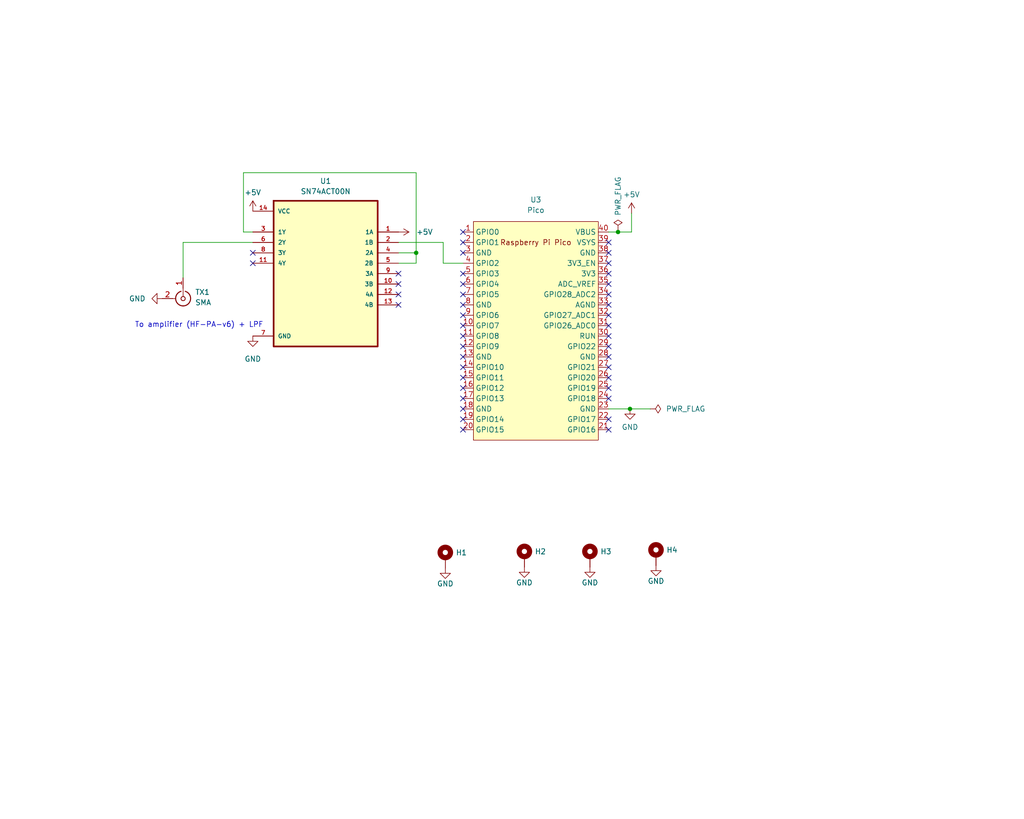
<source format=kicad_sch>
(kicad_sch (version 20211123) (generator eeschema)
  (paper "User" 250.012 200)
  (title_block (title "Easy CW Beacon without Si5351") (date "2022-04-20") (rev "v0.01") (company "VU3CER"))
  (lib_symbols
    (symbol "Connector:Conn_Coaxial" (pin_names (offset 1.016) hide)
      (property "Reference" "J" (at 0.254 3.048 0))
      (property "Value" "Conn_Coaxial" (at 2.921 0 90))
      (symbol "Conn_Coaxial_0_1"
        (arc (start -1.778 -0.508) (mid 0.2311 -1.8066) (end 1.778 0) (stroke (width 0.254)))
        (polyline (pts (xy -2.54 0) (xy -0.508 0)))
        (polyline (pts (xy 0 -2.54) (xy 0 -1.778)))
        (circle (center 0 0) (radius 0.508) (stroke (width 0.2032)))
        (arc (start 1.778 0) (mid 0.2099 1.8101) (end -1.778 0.508) (stroke (width 0.254)))
      )
      (symbol "Conn_Coaxial_1_1"
        (pin passive line (at -5.08 0 0) (length 2.54) (name "In") (number "1"))
        (pin passive line (at 0 -5.08 90) (length 2.54) (name "Ext") (number "2"))
      )
    )
    (symbol "Mechanical:MountingHole_Pad" (pin_numbers hide) (pin_names (offset 1.016) hide)
      (property "Reference" "H" (at 0 6.35 0))
      (property "Value" "MountingHole_Pad" (at 0 4.445 0))
      (symbol "MountingHole_Pad_0_1"
        (circle (center 0 1.27) (radius 1.27) (stroke (width 1.27)))
      )
      (symbol "MountingHole_Pad_1_1"
        (pin input line (at 0 -2.54 90) (length 2.54) (name "1") (number "1"))
      )
    )
    (symbol "SN74ACT00N:SN74ACT00N" (pin_names (offset 1.016))
      (property "Reference" "U" (at -12.7 18.7706 0))
      (property "Value" "SN74ACT00N" (at -12.7 -21.7678 0))
      (symbol "SN74ACT00N_0_0"
        (rectangle (start -12.7 -17.78) (end 12.7 17.78) (stroke (width 0.4064)) (fill (type background)))
        (pin input line (at -17.78 10.16 0) (length 5.08) (name "1A") (number "1"))
        (pin input line (at -17.78 -2.54 0) (length 5.08) (name "3B") (number "10"))
        (pin output line (at 17.78 2.54 180) (length 5.08) (name "4Y") (number "11"))
        (pin input line (at -17.78 -5.08 0) (length 5.08) (name "4A") (number "12"))
        (pin input line (at -17.78 -7.62 0) (length 5.08) (name "4B") (number "13"))
        (pin power_in line (at 17.78 15.24 180) (length 5.08) (name "VCC") (number "14"))
        (pin input line (at -17.78 7.62 0) (length 5.08) (name "1B") (number "2"))
        (pin output line (at 17.78 10.16 180) (length 5.08) (name "1Y") (number "3"))
        (pin input line (at -17.78 5.08 0) (length 5.08) (name "2A") (number "4"))
        (pin input line (at -17.78 2.54 0) (length 5.08) (name "2B") (number "5"))
        (pin output line (at 17.78 7.62 180) (length 5.08) (name "2Y") (number "6"))
        (pin power_in line (at 17.78 -15.24 180) (length 5.08) (name "GND") (number "7"))
        (pin output line (at 17.78 5.08 180) (length 5.08) (name "3Y") (number "8"))
        (pin input line (at -17.78 0 0) (length 5.08) (name "3A") (number "9"))
      )
    )
    (symbol "pico:Pico"
      (property "Reference" "U3" (at 0 32.004 0))
      (property "Value" "Pico" (at 0 29.464 0))
      (symbol "Pico_0_0"
        (text "Raspberry Pi Pico" (at 0 21.59 0) (effects (font (size 1.27 1.27))))
      )
      (symbol "Pico_0_1"
        (rectangle (start -15.24 26.67) (end 15.24 -26.67) (fill (type background)))
      )
      (symbol "Pico_1_1"
        (pin bidirectional line (at -17.78 24.13 0) (length 2.54) (name "GPIO0") (number "1"))
        (pin bidirectional line (at -17.78 1.27 0) (length 2.54) (name "GPIO7") (number "10"))
        (pin bidirectional line (at -17.78 -1.27 0) (length 2.54) (name "GPIO8") (number "11"))
        (pin bidirectional line (at -17.78 -3.81 0) (length 2.54) (name "GPIO9") (number "12"))
        (pin power_in line (at -17.78 -6.35 0) (length 2.54) (name "GND") (number "13"))
        (pin bidirectional line (at -17.78 -8.89 0) (length 2.54) (name "GPIO10") (number "14"))
        (pin bidirectional line (at -17.78 -11.43 0) (length 2.54) (name "GPIO11") (number "15"))
        (pin bidirectional line (at -17.78 -13.97 0) (length 2.54) (name "GPIO12") (number "16"))
        (pin bidirectional line (at -17.78 -16.51 0) (length 2.54) (name "GPIO13") (number "17"))
        (pin power_in line (at -17.78 -19.05 0) (length 2.54) (name "GND") (number "18"))
        (pin bidirectional line (at -17.78 -21.59 0) (length 2.54) (name "GPIO14") (number "19"))
        (pin bidirectional line (at -17.78 21.59 0) (length 2.54) (name "GPIO1") (number "2"))
        (pin bidirectional line (at -17.78 -24.13 0) (length 2.54) (name "GPIO15") (number "20"))
        (pin bidirectional line (at 17.78 -24.13 180) (length 2.54) (name "GPIO16") (number "21"))
        (pin bidirectional line (at 17.78 -21.59 180) (length 2.54) (name "GPIO17") (number "22"))
        (pin power_in line (at 17.78 -19.05 180) (length 2.54) (name "GND") (number "23"))
        (pin bidirectional line (at 17.78 -16.51 180) (length 2.54) (name "GPIO18") (number "24"))
        (pin bidirectional line (at 17.78 -13.97 180) (length 2.54) (name "GPIO19") (number "25"))
        (pin bidirectional line (at 17.78 -11.43 180) (length 2.54) (name "GPIO20") (number "26"))
        (pin bidirectional line (at 17.78 -8.89 180) (length 2.54) (name "GPIO21") (number "27"))
        (pin power_in line (at 17.78 -6.35 180) (length 2.54) (name "GND") (number "28"))
        (pin bidirectional line (at 17.78 -3.81 180) (length 2.54) (name "GPIO22") (number "29"))
        (pin power_in line (at -17.78 19.05 0) (length 2.54) (name "GND") (number "3"))
        (pin input line (at 17.78 -1.27 180) (length 2.54) (name "RUN") (number "30"))
        (pin bidirectional line (at 17.78 1.27 180) (length 2.54) (name "GPIO26_ADC0") (number "31"))
        (pin bidirectional line (at 17.78 3.81 180) (length 2.54) (name "GPIO27_ADC1") (number "32"))
        (pin power_in line (at 17.78 6.35 180) (length 2.54) (name "AGND") (number "33"))
        (pin bidirectional line (at 17.78 8.89 180) (length 2.54) (name "GPIO28_ADC2") (number "34"))
        (pin power_in line (at 17.78 11.43 180) (length 2.54) (name "ADC_VREF") (number "35"))
        (pin power_in line (at 17.78 13.97 180) (length 2.54) (name "3V3") (number "36"))
        (pin input line (at 17.78 16.51 180) (length 2.54) (name "3V3_EN") (number "37"))
        (pin power_in line (at 17.78 19.05 180) (length 2.54) (name "GND") (number "38"))
        (pin power_in line (at 17.78 21.59 180) (length 2.54) (name "VSYS") (number "39"))
        (pin bidirectional line (at -17.78 16.51 0) (length 2.54) (name "GPIO2") (number "4"))
        (pin power_in line (at 17.78 24.13 180) (length 2.54) (name "VBUS") (number "40"))
        (pin bidirectional line (at -17.78 13.97 0) (length 2.54) (name "GPIO3") (number "5"))
        (pin bidirectional line (at -17.78 11.43 0) (length 2.54) (name "GPIO4") (number "6"))
        (pin bidirectional line (at -17.78 8.89 0) (length 2.54) (name "GPIO5") (number "7"))
        (pin power_in line (at -17.78 6.35 0) (length 2.54) (name "GND") (number "8"))
        (pin bidirectional line (at -17.78 3.81 0) (length 2.54) (name "GPIO6") (number "9"))
      )
    )
    (symbol "power:+5V" (power) (pin_names (offset 0))
      (property "Value" "+5V" (at 0 3.556 0))
      (symbol "+5V_0_1"
        (polyline (pts (xy -0.762 1.27) (xy 0 2.54)))
        (polyline (pts (xy 0 0) (xy 0 2.54)))
        (polyline (pts (xy 0 2.54) (xy 0.762 1.27)))
      )
      (symbol "+5V_1_1"
        (pin power_in line (at 0 0 90) (length 0) hide (name "+5V") (number "1"))
      )
    )
    (symbol "power:GND" (power) (pin_names (offset 0))
      (property "Value" "GND" (at 0 -3.81 0))
      (symbol "GND_0_1"
        (polyline (pts (xy 0 0) (xy 0 -1.27) (xy 1.27 -1.27) (xy 0 -2.54) (xy -1.27 -1.27) (xy 0 -1.27)))
      )
      (symbol "GND_1_1"
        (pin power_in line (at 0 0 270) (length 0) hide (name "GND") (number "1"))
      )
    )
    (symbol "power:PWR_FLAG" (power) (pin_numbers hide) (pin_names (offset 0) hide)
      (property "Value" "PWR_FLAG" (at 0 3.81 0))
      (symbol "PWR_FLAG_0_0"
        (pin power_out line (at 0 0 90) (length 0) (name "pwr") (number "1"))
      )
      (symbol "PWR_FLAG_0_1"
        (polyline (pts (xy 0 0) (xy 0 1.27) (xy -1.016 1.905) (xy 0 2.54) (xy 1.016 1.905) (xy 0 1.27)))
      )
    )
  )
  (junction (at 150.876 56.642))
  (junction (at 101.6 61.722))
  (junction (at 153.797 99.822))
  (no_connect (at 148.59 89.662))
  (no_connect (at 148.59 94.742))
  (no_connect (at 148.59 92.202))
  (no_connect (at 148.59 61.722))
  (no_connect (at 113.03 89.662))
  (no_connect (at 113.03 92.202))
  (no_connect (at 113.03 69.342))
  (no_connect (at 113.03 71.882))
  (no_connect (at 113.03 66.802))
  (no_connect (at 113.03 76.962))
  (no_connect (at 113.03 79.502))
  (no_connect (at 113.03 84.582))
  (no_connect (at 113.03 82.042))
  (no_connect (at 148.59 82.042))
  (no_connect (at 148.59 76.962))
  (no_connect (at 148.59 69.342))
  (no_connect (at 148.59 71.882))
  (no_connect (at 148.59 74.422))
  (no_connect (at 148.59 64.262))
  (no_connect (at 148.59 59.182))
  (no_connect (at 113.03 56.642))
  (no_connect (at 148.59 104.902))
  (no_connect (at 148.59 102.362))
  (no_connect (at 61.722 61.722))
  (no_connect (at 61.722 64.262))
  (no_connect (at 148.59 66.802))
  (no_connect (at 113.03 104.902))
  (no_connect (at 113.03 59.182))
  (no_connect (at 97.282 69.342))
  (no_connect (at 97.282 71.882))
  (no_connect (at 97.282 66.802))
  (no_connect (at 97.282 74.422))
  (no_connect (at 113.03 61.722))
  (no_connect (at 113.03 74.422))
  (no_connect (at 148.59 79.502))
  (no_connect (at 148.59 87.122))
  (no_connect (at 113.03 94.742))
  (no_connect (at 113.03 97.282))
  (no_connect (at 113.03 102.362))
  (no_connect (at 113.03 87.122))
  (no_connect (at 113.03 99.822))
  (no_connect (at 148.59 97.282))
  (no_connect (at 148.59 84.582))
  (wire (pts (xy 97.282 59.182) (xy 108.204 59.182)))
  (wire (pts (xy 154.178 52.07) (xy 154.178 56.642)))
  (wire (pts (xy 59.436 42.164) (xy 59.436 56.642)))
  (wire (pts (xy 101.6 64.262) (xy 97.282 64.262)))
  (wire (pts (xy 108.204 64.262) (xy 108.204 59.182)))
  (wire (pts (xy 97.282 61.722) (xy 101.6 61.722)))
  (wire (pts (xy 101.6 61.722) (xy 101.6 64.262)))
  (wire (pts (xy 59.436 56.642) (xy 61.722 56.642)))
  (wire (pts (xy 113.03 64.262) (xy 108.204 64.262)))
  (wire (pts (xy 44.704 59.182) (xy 61.722 59.182)))
  (wire (pts (xy 148.59 99.822) (xy 153.797 99.822)))
  (wire (pts (xy 44.704 59.182) (xy 44.704 67.818)))
  (wire (pts (xy 153.797 99.822) (xy 158.75 99.822)))
  (wire (pts (xy 101.6 61.722) (xy 101.6 42.164)))
  (wire (pts (xy 150.876 56.642) (xy 154.178 56.642)))
  (wire (pts (xy 101.6 42.164) (xy 59.436 42.164)))
  (wire (pts (xy 150.876 56.261) (xy 150.876 56.642)))
  (wire (pts (xy 148.59 56.642) (xy 150.876 56.642)))
  (text "To amplifier (HF-PA-v6) + LPF" (at 32.893 80.137 0) (effects (font (size 1.27 1.27)) (justify left bottom)))
  (symbol (lib_id "Mechanical:MountingHole_Pad") (at 108.712 136.144 0) (unit 1)
    (property "Reference" "H1" (at 111.252 134.8994 0) (effects (justify left)))
    (property "Value" "MountingHole_Pad" (effects hide))
    (property "Footprint" "MountingHole:MountingHole_3.2mm_M3_ISO7380_Pad" (effects hide))
  )
  (symbol (lib_id "Mechanical:MountingHole_Pad") (at 128.016 135.89 0) (unit 1)
    (property "Reference" "H2" (at 130.556 134.6454 0) (effects (justify left)))
    (property "Value" "MountingHole_Pad" (effects hide))
    (property "Footprint" "MountingHole:MountingHole_3.2mm_M3_ISO7380_Pad" (effects hide))
  )
  (symbol (lib_id "Mechanical:MountingHole_Pad") (at 144.018 135.89 0) (unit 1)
    (property "Reference" "H3" (at 146.558 134.6454 0) (effects (justify left)))
    (property "Value" "MountingHole_Pad" (effects hide))
    (property "Footprint" "MountingHole:MountingHole_3.2mm_M3_ISO7380_Pad" (effects hide))
  )
  (symbol (lib_id "Mechanical:MountingHole_Pad") (at 160.147 135.509 0) (unit 1)
    (property "Reference" "H4" (at 162.687 134.2644 0) (effects (justify left)))
    (property "Value" "MountingHole_Pad" (effects hide))
    (property "Footprint" "MountingHole:MountingHole_3.2mm_M3_ISO7380_Pad" (effects hide))
  )
  (symbol (lib_id "power:GND") (at 108.712 138.684 0) (unit 1)
    (property "Reference" "#PWR0107" (effects hide))
    (property "Value" "GND" (at 108.712 142.494 0))
  )
  (symbol (lib_id "power:GND") (at 128.016 138.43 0) (unit 1)
    (property "Reference" "#PWR0106" (effects hide))
    (property "Value" "GND" (at 128.016 142.24 0))
  )
  (symbol (lib_id "power:GND") (at 144.018 138.43 0) (unit 1)
    (property "Reference" "#PWR0105" (effects hide))
    (property "Value" "GND" (at 144.018 142.24 0))
  )
  (symbol (lib_id "power:GND") (at 160.147 138.049 0) (unit 1)
    (property "Reference" "#PWR0103" (effects hide))
    (property "Value" "GND" (at 160.147 141.859 0))
  )
  (symbol (lib_id "power:+5V") (at 154.178 52.07 0) (unit 1)
    (property "Reference" "#PWR04" (effects hide))
    (property "Value" "+5V" (at 154.178 47.498 0))
  )
  (symbol (lib_id "power:+5V") (at 97.282 56.642 270) (unit 1)
    (property "Reference" "#PWR01" (effects hide))
    (property "Value" "+5V" (at 101.6 56.6419 90) (effects (justify left)))
  )
  (symbol (lib_id "power:+5V") (at 61.722 51.562 0) (unit 1)
    (property "Reference" "#PWR0109" (effects hide))
    (property "Value" "+5V" (at 61.722 46.99 0))
  )
  (symbol (lib_id "power:GND") (at 39.624 72.898 270) (unit 1)
    (property "Reference" "#PWR0114" (effects hide))
    (property "Value" "GND" (at 35.56 72.8979 90) (effects (justify right)))
  )
  (symbol (lib_id "Connector:Conn_Coaxial") (at 44.704 72.898 270) (unit 1)
    (property "Reference" "TX1" (at 47.625 71.3104 90) (effects (justify left)))
    (property "Value" "SMA" (at 47.625 73.8504 90) (effects (justify left)))
    (property "Footprint" "Connector_Coaxial:SMA_Amphenol_901-144_Vertical" (effects hide))
    (property "Datasheet" " ~" (effects hide))
  )
  (symbol (lib_id "SN74ACT00N:SN74ACT00N") (at 79.502 66.802 0) (mirror y) (unit 1)
    (property "Reference" "U1" (at 79.502 44.196 0))
    (property "Value" "SN74ACT00N" (at 79.502 46.736 0))
  )
  (symbol (lib_id "power:PWR_FLAG") (at 150.876 56.261 0) (unit 1)
    (property "Reference" "#FLG01" (effects hide))
    (property "Value" "PWR_FLAG" (at 150.876 52.705 90) (effects (justify left)))
  )
  (symbol (lib_id "power:GND") (at 153.797 99.822 0) (unit 1)
    (property "Reference" "#PWR0108" (effects hide))
    (property "Value" "GND" (at 153.797 104.267 0))
  )
  (symbol (lib_id "pico:Pico") (at 130.81 80.772 0) (unit 1)
    (property "Reference" "U3" (at 130.81 48.768 0))
    (property "Value" "Pico" (at 130.81 51.308 0))
    (property "Footprint" "footprints:RPi_Pico_SMD_TH" (effects hide))
  )
  (symbol (lib_id "power:GND") (at 61.722 82.042 0) (unit 1)
    (property "Reference" "#PWR0110" (effects hide))
    (property "Value" "GND" (at 61.722 87.63 0))
  )
  (symbol (lib_id "power:PWR_FLAG") (at 158.75 99.822 270) (unit 1)
    (property "Reference" "#FLG0101" (effects hide))
    (property "Value" "PWR_FLAG" (at 162.56 99.8219 90) (effects (justify left)))
  )
)
</source>
